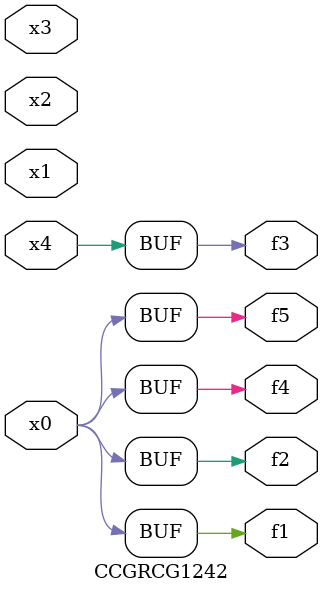
<source format=v>
module CCGRCG1242(
	input x0, x1, x2, x3, x4,
	output f1, f2, f3, f4, f5
);
	assign f1 = x0;
	assign f2 = x0;
	assign f3 = x4;
	assign f4 = x0;
	assign f5 = x0;
endmodule

</source>
